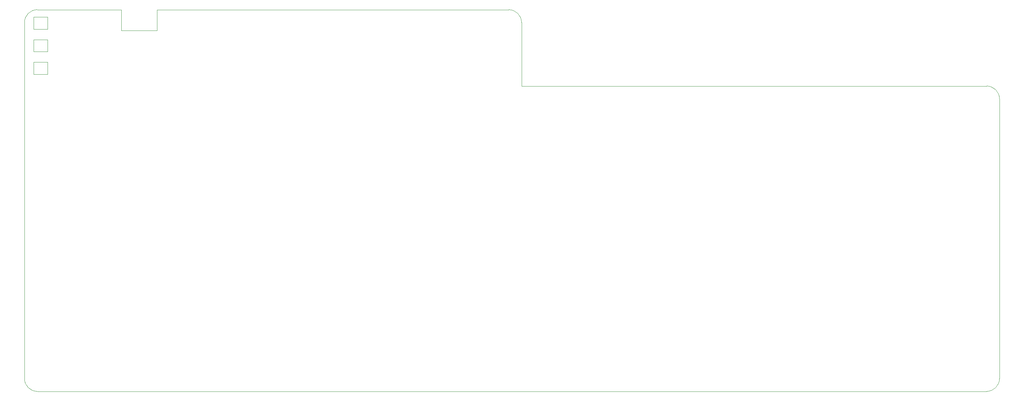
<source format=gbr>
%TF.GenerationSoftware,KiCad,Pcbnew,8.0.8*%
%TF.CreationDate,2025-03-01T16:27:26+01:00*%
%TF.ProjectId,the-nicholas-van revision,7468652d-6e69-4636-986f-6c61732d7661,rev?*%
%TF.SameCoordinates,Original*%
%TF.FileFunction,Profile,NP*%
%FSLAX46Y46*%
G04 Gerber Fmt 4.6, Leading zero omitted, Abs format (unit mm)*
G04 Created by KiCad (PCBNEW 8.0.8) date 2025-03-01 16:27:26*
%MOMM*%
%LPD*%
G01*
G04 APERTURE LIST*
%TA.AperFunction,Profile*%
%ADD10C,0.050000*%
%TD*%
%TA.AperFunction,Profile*%
%ADD11C,0.120000*%
%TD*%
G04 APERTURE END LIST*
D10*
X28575000Y-141287500D02*
X28575000Y-71437500D01*
X51244500Y-49212500D02*
X52686296Y-49212500D01*
X62928500Y-49212500D02*
X149225000Y-49212500D01*
X52684425Y-54374950D02*
X61625054Y-54374950D01*
X271462500Y-141287500D02*
G75*
G02*
X268287500Y-144462500I-3175000J0D01*
G01*
X31750000Y-49212500D02*
X51244500Y-49212500D01*
X28575000Y-71437500D02*
X28575000Y-52387500D01*
X235346875Y-68262500D02*
X161925000Y-68262500D01*
X152400000Y-52387500D02*
X152400000Y-68262500D01*
X28575000Y-52387500D02*
G75*
G02*
X31750000Y-49212500I3175000J0D01*
G01*
X268287500Y-68262500D02*
G75*
G02*
X271462500Y-71437500I0J-3175000D01*
G01*
X235346875Y-68262500D02*
X248046875Y-68262500D01*
X152400000Y-68262500D02*
X161925000Y-68262500D01*
X61625054Y-54374950D02*
X61626296Y-49212500D01*
X268287500Y-144462500D02*
X31750000Y-144462500D01*
X271462500Y-71437500D02*
X271462500Y-141287500D01*
X31750000Y-144462500D02*
G75*
G02*
X28575000Y-141287500I0J3175000D01*
G01*
X52686296Y-49212500D02*
X52684425Y-54374950D01*
X248046875Y-68262500D02*
X268287500Y-68262500D01*
X62928500Y-49212500D02*
X61626296Y-49212500D01*
X149225000Y-49212500D02*
G75*
G02*
X152400000Y-52387500I-100J-3175100D01*
G01*
D11*
%TO.C,LED1*%
X30900000Y-62317500D02*
X30900000Y-65317500D01*
X30900000Y-65317500D02*
X34300000Y-65317500D01*
X34300000Y-62317500D02*
X30900000Y-62317500D01*
X34300000Y-65317500D02*
X34300000Y-62317500D01*
%TO.C,LED3*%
X30899000Y-51052500D02*
X30899000Y-54052500D01*
X30899000Y-54052500D02*
X34299000Y-54052500D01*
X34299000Y-51052500D02*
X30899000Y-51052500D01*
X34299000Y-54052500D02*
X34299000Y-51052500D01*
%TO.C,LED2*%
X30899000Y-56685000D02*
X30899000Y-59685000D01*
X30899000Y-59685000D02*
X34299000Y-59685000D01*
X34299000Y-56685000D02*
X30899000Y-56685000D01*
X34299000Y-59685000D02*
X34299000Y-56685000D01*
%TD*%
M02*

</source>
